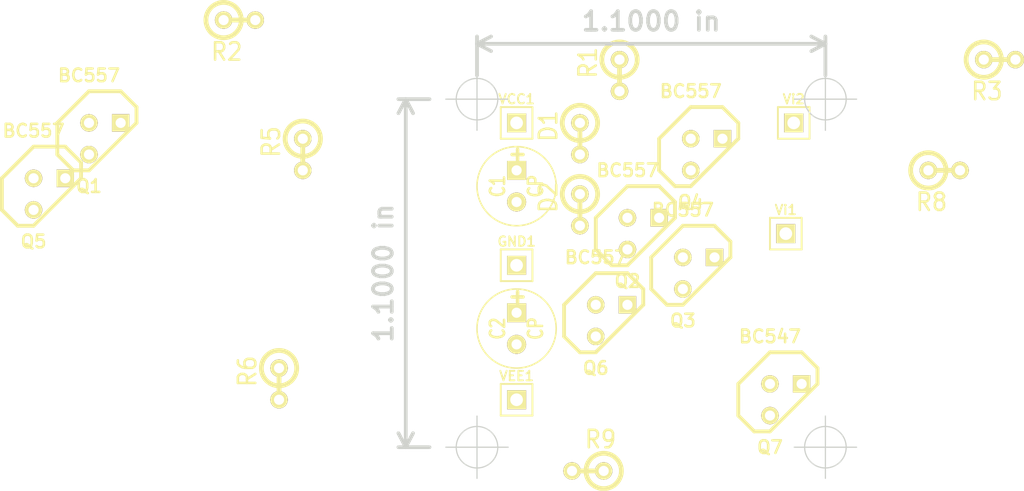
<source format=kicad_pcb>
(kicad_pcb (version 3) (host pcbnew "(22-Jun-2014 BZR 4027)-stable")

  (general
    (links 32)
    (no_connects 32)
    (area 130.172178 95.925596 213.0425 135.849404)
    (thickness 1.6)
    (drawings 11)
    (tracks 0)
    (zones 0)
    (modules 23)
    (nets 17)
  )

  (page A3)
  (layers
    (15 F.Cu signal)
    (0 B.Cu signal)
    (16 B.Adhes user)
    (17 F.Adhes user)
    (18 B.Paste user)
    (19 F.Paste user)
    (20 B.SilkS user)
    (21 F.SilkS user)
    (22 B.Mask user)
    (23 F.Mask user)
    (24 Dwgs.User user)
    (25 Cmts.User user)
    (26 Eco1.User user)
    (27 Eco2.User user)
    (28 Edge.Cuts user)
  )

  (setup
    (last_trace_width 0.254)
    (trace_clearance 0.254)
    (zone_clearance 0.508)
    (zone_45_only no)
    (trace_min 0.254)
    (segment_width 0.2)
    (edge_width 0.1)
    (via_size 0.889)
    (via_drill 0.635)
    (via_min_size 0.889)
    (via_min_drill 0.508)
    (uvia_size 0.508)
    (uvia_drill 0.127)
    (uvias_allowed no)
    (uvia_min_size 0.508)
    (uvia_min_drill 0.127)
    (pcb_text_width 0.3)
    (pcb_text_size 1.5 1.5)
    (mod_edge_width 0.15)
    (mod_text_size 1 1)
    (mod_text_width 0.15)
    (pad_size 1.5 1.5)
    (pad_drill 0.6)
    (pad_to_mask_clearance 0)
    (aux_axis_origin 0 0)
    (visible_elements 7FFFFFFF)
    (pcbplotparams
      (layerselection 3178497)
      (usegerberextensions true)
      (excludeedgelayer true)
      (linewidth 0.150000)
      (plotframeref false)
      (viasonmask false)
      (mode 1)
      (useauxorigin false)
      (hpglpennumber 1)
      (hpglpenspeed 20)
      (hpglpendiameter 15)
      (hpglpenoverlay 2)
      (psnegative false)
      (psa4output false)
      (plotreference true)
      (plotvalue true)
      (plotothertext true)
      (plotinvisibletext false)
      (padsonsilk false)
      (subtractmaskfromsilk false)
      (outputformat 1)
      (mirror false)
      (drillshape 1)
      (scaleselection 1)
      (outputdirectory ""))
  )

  (net 0 "")
  (net 1 /gnd)
  (net 2 N-000001)
  (net 3 N-0000010)
  (net 4 N-0000011)
  (net 5 N-0000012)
  (net 6 N-0000013)
  (net 7 N-0000014)
  (net 8 N-0000015)
  (net 9 N-000002)
  (net 10 N-000003)
  (net 11 N-000004)
  (net 12 N-000005)
  (net 13 N-000006)
  (net 14 N-000007)
  (net 15 N-000008)
  (net 16 N-000009)

  (net_class Default "This is the default net class."
    (clearance 0.254)
    (trace_width 0.254)
    (via_dia 0.889)
    (via_drill 0.635)
    (uvia_dia 0.508)
    (uvia_drill 0.127)
    (add_net "")
    (add_net /gnd)
    (add_net N-000001)
    (add_net N-0000010)
    (add_net N-0000011)
    (add_net N-0000012)
    (add_net N-0000013)
    (add_net N-0000014)
    (add_net N-0000015)
    (add_net N-000002)
    (add_net N-000003)
    (add_net N-000004)
    (add_net N-000005)
    (add_net N-000006)
    (add_net N-000007)
    (add_net N-000008)
    (add_net N-000009)
  )

  (module R1 (layer F.Cu) (tedit 200000) (tstamp 592447D5)
    (at 153.035 127 270)
    (descr "Resistance verticale")
    (tags R)
    (path /59244AA0)
    (autoplace_cost90 10)
    (autoplace_cost180 10)
    (fp_text reference R6 (at -1.016 2.54 270) (layer F.SilkS)
      (effects (font (size 1.397 1.27) (thickness 0.2032)))
    )
    (fp_text value R (at -1.143 2.54 270) (layer F.SilkS) hide
      (effects (font (size 1.397 1.27) (thickness 0.2032)))
    )
    (fp_line (start -1.27 0) (end 1.27 0) (layer F.SilkS) (width 0.381))
    (fp_circle (center -1.27 0) (end -0.635 1.27) (layer F.SilkS) (width 0.381))
    (pad 1 thru_hole circle (at -1.27 0 270) (size 1.397 1.397) (drill 0.8128)
      (layers *.Cu *.Mask F.SilkS)
      (net 5 N-0000012)
    )
    (pad 2 thru_hole circle (at 1.27 0 270) (size 1.397 1.397) (drill 0.8128)
      (layers *.Cu *.Mask F.SilkS)
      (net 15 N-000008)
    )
    (model discret/verti_resistor.wrl
      (at (xyz 0 0 0))
      (scale (xyz 1 1 1))
      (rotate (xyz 0 0 0))
    )
  )

  (module R1 (layer F.Cu) (tedit 200000) (tstamp 592447ED)
    (at 180.34 102.235 270)
    (descr "Resistance verticale")
    (tags R)
    (path /59244524)
    (autoplace_cost90 10)
    (autoplace_cost180 10)
    (fp_text reference R1 (at -1.016 2.54 270) (layer F.SilkS)
      (effects (font (size 1.397 1.27) (thickness 0.2032)))
    )
    (fp_text value R (at -1.143 2.54 270) (layer F.SilkS) hide
      (effects (font (size 1.397 1.27) (thickness 0.2032)))
    )
    (fp_line (start -1.27 0) (end 1.27 0) (layer F.SilkS) (width 0.381))
    (fp_circle (center -1.27 0) (end -0.635 1.27) (layer F.SilkS) (width 0.381))
    (pad 1 thru_hole circle (at -1.27 0 270) (size 1.397 1.397) (drill 0.8128)
      (layers *.Cu *.Mask F.SilkS)
      (net 14 N-000007)
    )
    (pad 2 thru_hole circle (at 1.27 0 270) (size 1.397 1.397) (drill 0.8128)
      (layers *.Cu *.Mask F.SilkS)
      (net 3 N-0000010)
    )
    (model discret/verti_resistor.wrl
      (at (xyz 0 0 0))
      (scale (xyz 1 1 1))
      (rotate (xyz 0 0 0))
    )
  )

  (module PIN_ARRAY_1 (layer F.Cu) (tedit 4E4E744E) (tstamp 59246718)
    (at 172.085 117.475)
    (descr "1 pin")
    (tags "CONN DEV")
    (path /592466DC)
    (fp_text reference GND1 (at 0 -1.905) (layer F.SilkS)
      (effects (font (size 0.762 0.762) (thickness 0.1524)))
    )
    (fp_text value CONN_1 (at 0 -1.905) (layer F.SilkS) hide
      (effects (font (size 0.762 0.762) (thickness 0.1524)))
    )
    (fp_line (start 1.27 1.27) (end -1.27 1.27) (layer F.SilkS) (width 0.1524))
    (fp_line (start -1.27 -1.27) (end 1.27 -1.27) (layer F.SilkS) (width 0.1524))
    (fp_line (start -1.27 1.27) (end -1.27 -1.27) (layer F.SilkS) (width 0.1524))
    (fp_line (start 1.27 -1.27) (end 1.27 1.27) (layer F.SilkS) (width 0.1524))
    (pad 1 thru_hole rect (at 0 0) (size 1.524 1.524) (drill 1.016)
      (layers *.Cu *.Mask F.SilkS)
      (net 1 /gnd)
    )
    (model pin_array\pin_1.wrl
      (at (xyz 0 0 0))
      (scale (xyz 1 1 1))
      (rotate (xyz 0 0 0))
    )
  )

  (module PIN_ARRAY_1 (layer F.Cu) (tedit 4E4E744E) (tstamp 59246850)
    (at 193.675 114.935)
    (descr "1 pin")
    (tags "CONN DEV")
    (path /59244A24)
    (fp_text reference Vi1 (at 0 -1.905) (layer F.SilkS)
      (effects (font (size 0.762 0.762) (thickness 0.1524)))
    )
    (fp_text value CONN_1 (at 0 -1.905) (layer F.SilkS) hide
      (effects (font (size 0.762 0.762) (thickness 0.1524)))
    )
    (fp_line (start 1.27 1.27) (end -1.27 1.27) (layer F.SilkS) (width 0.1524))
    (fp_line (start -1.27 -1.27) (end 1.27 -1.27) (layer F.SilkS) (width 0.1524))
    (fp_line (start -1.27 1.27) (end -1.27 -1.27) (layer F.SilkS) (width 0.1524))
    (fp_line (start 1.27 -1.27) (end 1.27 1.27) (layer F.SilkS) (width 0.1524))
    (pad 1 thru_hole rect (at 0 0) (size 1.524 1.524) (drill 1.016)
      (layers *.Cu *.Mask F.SilkS)
      (net 8 N-0000015)
    )
    (model pin_array\pin_1.wrl
      (at (xyz 0 0 0))
      (scale (xyz 1 1 1))
      (rotate (xyz 0 0 0))
    )
  )

  (module PIN_ARRAY_1 (layer F.Cu) (tedit 4E4E744E) (tstamp 59246859)
    (at 194.31 106.045)
    (descr "1 pin")
    (tags "CONN DEV")
    (path /59244A4A)
    (fp_text reference Vi2 (at 0 -1.905) (layer F.SilkS)
      (effects (font (size 0.762 0.762) (thickness 0.1524)))
    )
    (fp_text value CONN_1 (at 0 -1.905) (layer F.SilkS) hide
      (effects (font (size 0.762 0.762) (thickness 0.1524)))
    )
    (fp_line (start 1.27 1.27) (end -1.27 1.27) (layer F.SilkS) (width 0.1524))
    (fp_line (start -1.27 -1.27) (end 1.27 -1.27) (layer F.SilkS) (width 0.1524))
    (fp_line (start -1.27 1.27) (end -1.27 -1.27) (layer F.SilkS) (width 0.1524))
    (fp_line (start 1.27 -1.27) (end 1.27 1.27) (layer F.SilkS) (width 0.1524))
    (pad 1 thru_hole rect (at 0 0) (size 1.524 1.524) (drill 1.016)
      (layers *.Cu *.Mask F.SilkS)
      (net 6 N-0000013)
    )
    (model pin_array\pin_1.wrl
      (at (xyz 0 0 0))
      (scale (xyz 1 1 1))
      (rotate (xyz 0 0 0))
    )
  )

  (module PIN_ARRAY_1 (layer F.Cu) (tedit 4E4E744E) (tstamp 59246862)
    (at 172.085 128.27)
    (descr "1 pin")
    (tags "CONN DEV")
    (path /59244B6B)
    (fp_text reference VEE1 (at 0 -1.905) (layer F.SilkS)
      (effects (font (size 0.762 0.762) (thickness 0.1524)))
    )
    (fp_text value CONN_1 (at 0 -1.905) (layer F.SilkS) hide
      (effects (font (size 0.762 0.762) (thickness 0.1524)))
    )
    (fp_line (start 1.27 1.27) (end -1.27 1.27) (layer F.SilkS) (width 0.1524))
    (fp_line (start -1.27 -1.27) (end 1.27 -1.27) (layer F.SilkS) (width 0.1524))
    (fp_line (start -1.27 1.27) (end -1.27 -1.27) (layer F.SilkS) (width 0.1524))
    (fp_line (start 1.27 -1.27) (end 1.27 1.27) (layer F.SilkS) (width 0.1524))
    (pad 1 thru_hole rect (at 0 0) (size 1.524 1.524) (drill 1.016)
      (layers *.Cu *.Mask F.SilkS)
      (net 15 N-000008)
    )
    (model pin_array\pin_1.wrl
      (at (xyz 0 0 0))
      (scale (xyz 1 1 1))
      (rotate (xyz 0 0 0))
    )
  )

  (module PIN_ARRAY_1 (layer F.Cu) (tedit 4E4E744E) (tstamp 5924686B)
    (at 172.085 106.045)
    (descr "1 pin")
    (tags "CONN DEV")
    (path /59244B71)
    (fp_text reference VCC1 (at 0 -1.905) (layer F.SilkS)
      (effects (font (size 0.762 0.762) (thickness 0.1524)))
    )
    (fp_text value CONN_1 (at 0 -1.905) (layer F.SilkS) hide
      (effects (font (size 0.762 0.762) (thickness 0.1524)))
    )
    (fp_line (start 1.27 1.27) (end -1.27 1.27) (layer F.SilkS) (width 0.1524))
    (fp_line (start -1.27 -1.27) (end 1.27 -1.27) (layer F.SilkS) (width 0.1524))
    (fp_line (start -1.27 1.27) (end -1.27 -1.27) (layer F.SilkS) (width 0.1524))
    (fp_line (start 1.27 -1.27) (end 1.27 1.27) (layer F.SilkS) (width 0.1524))
    (pad 1 thru_hole rect (at 0 0) (size 1.524 1.524) (drill 1.016)
      (layers *.Cu *.Mask F.SilkS)
      (net 14 N-000007)
    )
    (model pin_array\pin_1.wrl
      (at (xyz 0 0 0))
      (scale (xyz 1 1 1))
      (rotate (xyz 0 0 0))
    )
  )

  (module C1V7 (layer F.Cu) (tedit 59257475) (tstamp 59246873)
    (at 172.085 122.555 270)
    (path /59246751)
    (fp_text reference C2 (at 0 1.524 270) (layer F.SilkS)
      (effects (font (size 1.143 0.889) (thickness 0.2032)))
    )
    (fp_text value CP (at 0 -1.524 270) (layer F.SilkS)
      (effects (font (size 1.143 0.889) (thickness 0.2032)))
    )
    (fp_text user + (at -2.54 0 270) (layer F.SilkS)
      (effects (font (size 1.143 1.143) (thickness 0.3048)))
    )
    (fp_circle (center 0 0) (end 3.175 0) (layer F.SilkS) (width 0.127))
    (pad 1 thru_hole rect (at -1.27 0 270) (size 1.524 1.524) (drill 0.8128)
      (layers *.Cu *.Mask F.SilkS)
      (net 1 /gnd)
    )
    (pad 2 thru_hole circle (at 1.27 0 270) (size 1.524 1.524) (drill 0.8128)
      (layers *.Cu *.Mask F.SilkS)
      (net 15 N-000008)
    )
    (model discret/c_vert_c1v7.wrl
      (at (xyz 0 0 0))
      (scale (xyz 1 1 1))
      (rotate (xyz 0 0 0))
    )
  )

  (module C1V7 (layer F.Cu) (tedit 200000) (tstamp 5924687B)
    (at 172.085 111.125 270)
    (path /59246817)
    (fp_text reference C1 (at 0 1.524 270) (layer F.SilkS)
      (effects (font (size 1.143 0.889) (thickness 0.2032)))
    )
    (fp_text value CP (at 0 -1.524 270) (layer F.SilkS)
      (effects (font (size 1.143 0.889) (thickness 0.2032)))
    )
    (fp_text user + (at -2.54 0 270) (layer F.SilkS)
      (effects (font (size 1.143 1.143) (thickness 0.3048)))
    )
    (fp_circle (center 0 0) (end 3.175 0) (layer F.SilkS) (width 0.127))
    (pad 1 thru_hole rect (at -1.27 0 270) (size 1.524 1.524) (drill 0.8128)
      (layers *.Cu *.Mask F.SilkS)
      (net 14 N-000007)
    )
    (pad 2 thru_hole circle (at 1.27 0 270) (size 1.524 1.524) (drill 0.8128)
      (layers *.Cu *.Mask F.SilkS)
      (net 1 /gnd)
    )
    (model discret/c_vert_c1v7.wrl
      (at (xyz 0 0 0))
      (scale (xyz 1 1 1))
      (rotate (xyz 0 0 0))
    )
  )

  (module TO92-123 (layer F.Cu) (tedit 4C5F51CE) (tstamp 59246A94)
    (at 182.245 114.935)
    (descr "Transistor TO92 brochage type BC237")
    (tags "TR TO92")
    (path /5924441E)
    (fp_text reference Q2 (at -1.27 3.81) (layer F.SilkS)
      (effects (font (size 1.016 1.016) (thickness 0.2032)))
    )
    (fp_text value BC557 (at -1.27 -5.08) (layer F.SilkS)
      (effects (font (size 1.016 1.016) (thickness 0.2032)))
    )
    (fp_line (start -1.27 2.54) (end 2.54 -1.27) (layer F.SilkS) (width 0.3048))
    (fp_line (start 2.54 -1.27) (end 2.54 -2.54) (layer F.SilkS) (width 0.3048))
    (fp_line (start 2.54 -2.54) (end 1.27 -3.81) (layer F.SilkS) (width 0.3048))
    (fp_line (start 1.27 -3.81) (end -1.27 -3.81) (layer F.SilkS) (width 0.3048))
    (fp_line (start -1.27 -3.81) (end -3.81 -1.27) (layer F.SilkS) (width 0.3048))
    (fp_line (start -3.81 -1.27) (end -3.81 1.27) (layer F.SilkS) (width 0.3048))
    (fp_line (start -3.81 1.27) (end -2.54 2.54) (layer F.SilkS) (width 0.3048))
    (fp_line (start -2.54 2.54) (end -1.27 2.54) (layer F.SilkS) (width 0.3048))
    (pad 3 thru_hole rect (at 1.27 -1.27) (size 1.397 1.397) (drill 0.8128)
      (layers *.Cu *.Mask F.SilkS)
      (net 3 N-0000010)
    )
    (pad 2 thru_hole circle (at -1.27 -1.27) (size 1.397 1.397) (drill 0.8128)
      (layers *.Cu *.Mask F.SilkS)
      (net 5 N-0000012)
    )
    (pad 1 thru_hole circle (at -1.27 1.27) (size 1.397 1.397) (drill 0.8128)
      (layers *.Cu *.Mask F.SilkS)
      (net 13 N-000006)
    )
    (model discret/to98.wrl
      (at (xyz 0 0 0))
      (scale (xyz 1 1 1))
      (rotate (xyz 0 0 0))
    )
  )

  (module R1 (layer F.Cu) (tedit 200000) (tstamp 59247232)
    (at 177.165 113.03 270)
    (descr "Resistance verticale")
    (tags R)
    (path /59244502)
    (autoplace_cost90 10)
    (autoplace_cost180 10)
    (fp_text reference D2 (at -1.016 2.54 270) (layer F.SilkS)
      (effects (font (size 1.397 1.27) (thickness 0.2032)))
    )
    (fp_text value DIODE (at -1.143 2.54 270) (layer F.SilkS) hide
      (effects (font (size 1.397 1.27) (thickness 0.2032)))
    )
    (fp_line (start -1.27 0) (end 1.27 0) (layer F.SilkS) (width 0.381))
    (fp_circle (center -1.27 0) (end -0.635 1.27) (layer F.SilkS) (width 0.381))
    (pad 1 thru_hole circle (at -1.27 0 270) (size 1.397 1.397) (drill 0.8128)
      (layers *.Cu *.Mask F.SilkS)
      (net 4 N-0000011)
    )
    (pad 2 thru_hole circle (at 1.27 0 270) (size 1.397 1.397) (drill 0.8128)
      (layers *.Cu *.Mask F.SilkS)
      (net 5 N-0000012)
    )
    (model discret/verti_resistor.wrl
      (at (xyz 0 0 0))
      (scale (xyz 1 1 1))
      (rotate (xyz 0 0 0))
    )
  )

  (module R1 (layer F.Cu) (tedit 200000) (tstamp 5924723A)
    (at 177.165 107.315 270)
    (descr "Resistance verticale")
    (tags R)
    (path /5924451E)
    (autoplace_cost90 10)
    (autoplace_cost180 10)
    (fp_text reference D1 (at -1.016 2.54 270) (layer F.SilkS)
      (effects (font (size 1.397 1.27) (thickness 0.2032)))
    )
    (fp_text value DIODE (at -1.143 2.54 270) (layer F.SilkS) hide
      (effects (font (size 1.397 1.27) (thickness 0.2032)))
    )
    (fp_line (start -1.27 0) (end 1.27 0) (layer F.SilkS) (width 0.381))
    (fp_circle (center -1.27 0) (end -0.635 1.27) (layer F.SilkS) (width 0.381))
    (pad 1 thru_hole circle (at -1.27 0 270) (size 1.397 1.397) (drill 0.8128)
      (layers *.Cu *.Mask F.SilkS)
      (net 14 N-000007)
    )
    (pad 2 thru_hole circle (at 1.27 0 270) (size 1.397 1.397) (drill 0.8128)
      (layers *.Cu *.Mask F.SilkS)
      (net 4 N-0000011)
    )
    (model discret/verti_resistor.wrl
      (at (xyz 0 0 0))
      (scale (xyz 1 1 1))
      (rotate (xyz 0 0 0))
    )
  )

  (module TO92-123 (layer F.Cu) (tedit 4C5F51CE) (tstamp 592474D5)
    (at 179.705 121.92)
    (descr "Transistor TO92 brochage type BC237")
    (tags "TR TO92")
    (path /59247390)
    (fp_text reference Q6 (at -1.27 3.81) (layer F.SilkS)
      (effects (font (size 1.016 1.016) (thickness 0.2032)))
    )
    (fp_text value BC557 (at -1.27 -5.08) (layer F.SilkS)
      (effects (font (size 1.016 1.016) (thickness 0.2032)))
    )
    (fp_line (start -1.27 2.54) (end 2.54 -1.27) (layer F.SilkS) (width 0.3048))
    (fp_line (start 2.54 -1.27) (end 2.54 -2.54) (layer F.SilkS) (width 0.3048))
    (fp_line (start 2.54 -2.54) (end 1.27 -3.81) (layer F.SilkS) (width 0.3048))
    (fp_line (start 1.27 -3.81) (end -1.27 -3.81) (layer F.SilkS) (width 0.3048))
    (fp_line (start -1.27 -3.81) (end -3.81 -1.27) (layer F.SilkS) (width 0.3048))
    (fp_line (start -3.81 -1.27) (end -3.81 1.27) (layer F.SilkS) (width 0.3048))
    (fp_line (start -3.81 1.27) (end -2.54 2.54) (layer F.SilkS) (width 0.3048))
    (fp_line (start -2.54 2.54) (end -1.27 2.54) (layer F.SilkS) (width 0.3048))
    (pad 3 thru_hole rect (at 1.27 -1.27) (size 1.397 1.397) (drill 0.8128)
      (layers *.Cu *.Mask F.SilkS)
      (net 9 N-000002)
    )
    (pad 2 thru_hole circle (at -1.27 -1.27) (size 1.397 1.397) (drill 0.8128)
      (layers *.Cu *.Mask F.SilkS)
      (net 5 N-0000012)
    )
    (pad 1 thru_hole circle (at -1.27 1.27) (size 1.397 1.397) (drill 0.8128)
      (layers *.Cu *.Mask F.SilkS)
      (net 12 N-000005)
    )
    (model discret/to98.wrl
      (at (xyz 0 0 0))
      (scale (xyz 1 1 1))
      (rotate (xyz 0 0 0))
    )
  )

  (module TO92-123 (layer F.Cu) (tedit 4C5F51CE) (tstamp 592474E4)
    (at 193.675 128.27)
    (descr "Transistor TO92 brochage type BC237")
    (tags "TR TO92")
    (path /59247545)
    (fp_text reference Q7 (at -1.27 3.81) (layer F.SilkS)
      (effects (font (size 1.016 1.016) (thickness 0.2032)))
    )
    (fp_text value BC547 (at -1.27 -5.08) (layer F.SilkS)
      (effects (font (size 1.016 1.016) (thickness 0.2032)))
    )
    (fp_line (start -1.27 2.54) (end 2.54 -1.27) (layer F.SilkS) (width 0.3048))
    (fp_line (start 2.54 -1.27) (end 2.54 -2.54) (layer F.SilkS) (width 0.3048))
    (fp_line (start 2.54 -2.54) (end 1.27 -3.81) (layer F.SilkS) (width 0.3048))
    (fp_line (start 1.27 -3.81) (end -1.27 -3.81) (layer F.SilkS) (width 0.3048))
    (fp_line (start -1.27 -3.81) (end -3.81 -1.27) (layer F.SilkS) (width 0.3048))
    (fp_line (start -3.81 -1.27) (end -3.81 1.27) (layer F.SilkS) (width 0.3048))
    (fp_line (start -3.81 1.27) (end -2.54 2.54) (layer F.SilkS) (width 0.3048))
    (fp_line (start -2.54 2.54) (end -1.27 2.54) (layer F.SilkS) (width 0.3048))
    (pad 3 thru_hole rect (at 1.27 -1.27) (size 1.397 1.397) (drill 0.8128)
      (layers *.Cu *.Mask F.SilkS)
      (net 2 N-000001)
    )
    (pad 2 thru_hole circle (at -1.27 -1.27) (size 1.397 1.397) (drill 0.8128)
      (layers *.Cu *.Mask F.SilkS)
      (net 7 N-0000014)
    )
    (pad 1 thru_hole circle (at -1.27 1.27) (size 1.397 1.397) (drill 0.8128)
      (layers *.Cu *.Mask F.SilkS)
      (net 12 N-000005)
    )
    (model discret/to98.wrl
      (at (xyz 0 0 0))
      (scale (xyz 1 1 1))
      (rotate (xyz 0 0 0))
    )
  )

  (module R1 (layer F.Cu) (tedit 200000) (tstamp 592474FC)
    (at 206.375 109.855)
    (descr "Resistance verticale")
    (tags R)
    (path /592473A2)
    (autoplace_cost90 10)
    (autoplace_cost180 10)
    (fp_text reference R8 (at -1.016 2.54) (layer F.SilkS)
      (effects (font (size 1.397 1.27) (thickness 0.2032)))
    )
    (fp_text value R (at -1.143 2.54) (layer F.SilkS) hide
      (effects (font (size 1.397 1.27) (thickness 0.2032)))
    )
    (fp_line (start -1.27 0) (end 1.27 0) (layer F.SilkS) (width 0.381))
    (fp_circle (center -1.27 0) (end -0.635 1.27) (layer F.SilkS) (width 0.381))
    (pad 1 thru_hole circle (at -1.27 0) (size 1.397 1.397) (drill 0.8128)
      (layers *.Cu *.Mask F.SilkS)
      (net 14 N-000007)
    )
    (pad 2 thru_hole circle (at 1.27 0) (size 1.397 1.397) (drill 0.8128)
      (layers *.Cu *.Mask F.SilkS)
      (net 9 N-000002)
    )
    (model discret/verti_resistor.wrl
      (at (xyz 0 0 0))
      (scale (xyz 1 1 1))
      (rotate (xyz 0 0 0))
    )
  )

  (module R1 (layer F.Cu) (tedit 200000) (tstamp 5924750C)
    (at 177.8 133.985 180)
    (descr "Resistance verticale")
    (tags R)
    (path /592475B3)
    (autoplace_cost90 10)
    (autoplace_cost180 10)
    (fp_text reference R9 (at -1.016 2.54 180) (layer F.SilkS)
      (effects (font (size 1.397 1.27) (thickness 0.2032)))
    )
    (fp_text value R (at -1.143 2.54 180) (layer F.SilkS) hide
      (effects (font (size 1.397 1.27) (thickness 0.2032)))
    )
    (fp_line (start -1.27 0) (end 1.27 0) (layer F.SilkS) (width 0.381))
    (fp_circle (center -1.27 0) (end -0.635 1.27) (layer F.SilkS) (width 0.381))
    (pad 1 thru_hole circle (at -1.27 0 180) (size 1.397 1.397) (drill 0.8128)
      (layers *.Cu *.Mask F.SilkS)
      (net 2 N-000001)
    )
    (pad 2 thru_hole circle (at 1.27 0 180) (size 1.397 1.397) (drill 0.8128)
      (layers *.Cu *.Mask F.SilkS)
      (net 15 N-000008)
    )
    (model discret/verti_resistor.wrl
      (at (xyz 0 0 0))
      (scale (xyz 1 1 1))
      (rotate (xyz 0 0 0))
    )
  )

  (module TO92-123 (layer F.Cu) (tedit 4C5F51CE) (tstamp 59257397)
    (at 186.69 118.11)
    (descr "Transistor TO92 brochage type BC237")
    (tags "TR TO92")
    (path /592443ED)
    (fp_text reference Q3 (at -1.27 3.81) (layer F.SilkS)
      (effects (font (size 1.016 1.016) (thickness 0.2032)))
    )
    (fp_text value BC557 (at -1.27 -5.08) (layer F.SilkS)
      (effects (font (size 1.016 1.016) (thickness 0.2032)))
    )
    (fp_line (start -1.27 2.54) (end 2.54 -1.27) (layer F.SilkS) (width 0.3048))
    (fp_line (start 2.54 -1.27) (end 2.54 -2.54) (layer F.SilkS) (width 0.3048))
    (fp_line (start 2.54 -2.54) (end 1.27 -3.81) (layer F.SilkS) (width 0.3048))
    (fp_line (start 1.27 -3.81) (end -1.27 -3.81) (layer F.SilkS) (width 0.3048))
    (fp_line (start -1.27 -3.81) (end -3.81 -1.27) (layer F.SilkS) (width 0.3048))
    (fp_line (start -3.81 -1.27) (end -3.81 1.27) (layer F.SilkS) (width 0.3048))
    (fp_line (start -3.81 1.27) (end -2.54 2.54) (layer F.SilkS) (width 0.3048))
    (fp_line (start -2.54 2.54) (end -1.27 2.54) (layer F.SilkS) (width 0.3048))
    (pad 3 thru_hole rect (at 1.27 -1.27) (size 1.397 1.397) (drill 0.8128)
      (layers *.Cu *.Mask F.SilkS)
      (net 13 N-000006)
    )
    (pad 2 thru_hole circle (at -1.27 -1.27) (size 1.397 1.397) (drill 0.8128)
      (layers *.Cu *.Mask F.SilkS)
      (net 8 N-0000015)
    )
    (pad 1 thru_hole circle (at -1.27 1.27) (size 1.397 1.397) (drill 0.8128)
      (layers *.Cu *.Mask F.SilkS)
      (net 16 N-000009)
    )
    (model discret/to98.wrl
      (at (xyz 0 0 0))
      (scale (xyz 1 1 1))
      (rotate (xyz 0 0 0))
    )
  )

  (module TO92-123 (layer F.Cu) (tedit 4C5F51CE) (tstamp 592573A6)
    (at 187.325 108.585)
    (descr "Transistor TO92 brochage type BC237")
    (tags "TR TO92")
    (path /592443FA)
    (fp_text reference Q4 (at -1.27 3.81) (layer F.SilkS)
      (effects (font (size 1.016 1.016) (thickness 0.2032)))
    )
    (fp_text value BC557 (at -1.27 -5.08) (layer F.SilkS)
      (effects (font (size 1.016 1.016) (thickness 0.2032)))
    )
    (fp_line (start -1.27 2.54) (end 2.54 -1.27) (layer F.SilkS) (width 0.3048))
    (fp_line (start 2.54 -1.27) (end 2.54 -2.54) (layer F.SilkS) (width 0.3048))
    (fp_line (start 2.54 -2.54) (end 1.27 -3.81) (layer F.SilkS) (width 0.3048))
    (fp_line (start 1.27 -3.81) (end -1.27 -3.81) (layer F.SilkS) (width 0.3048))
    (fp_line (start -1.27 -3.81) (end -3.81 -1.27) (layer F.SilkS) (width 0.3048))
    (fp_line (start -3.81 -1.27) (end -3.81 1.27) (layer F.SilkS) (width 0.3048))
    (fp_line (start -3.81 1.27) (end -2.54 2.54) (layer F.SilkS) (width 0.3048))
    (fp_line (start -2.54 2.54) (end -1.27 2.54) (layer F.SilkS) (width 0.3048))
    (pad 3 thru_hole rect (at 1.27 -1.27) (size 1.397 1.397) (drill 0.8128)
      (layers *.Cu *.Mask F.SilkS)
      (net 13 N-000006)
    )
    (pad 2 thru_hole circle (at -1.27 -1.27) (size 1.397 1.397) (drill 0.8128)
      (layers *.Cu *.Mask F.SilkS)
      (net 6 N-0000013)
    )
    (pad 1 thru_hole circle (at -1.27 1.27) (size 1.397 1.397) (drill 0.8128)
      (layers *.Cu *.Mask F.SilkS)
      (net 7 N-0000014)
    )
    (model discret/to98.wrl
      (at (xyz 0 0 0))
      (scale (xyz 1 1 1))
      (rotate (xyz 0 0 0))
    )
  )

  (module R1 (layer F.Cu) (tedit 200000) (tstamp 59257400)
    (at 210.82 100.965)
    (descr "Resistance verticale")
    (tags R)
    (path /5924462B)
    (autoplace_cost90 10)
    (autoplace_cost180 10)
    (fp_text reference R3 (at -1.016 2.54) (layer F.SilkS)
      (effects (font (size 1.397 1.27) (thickness 0.2032)))
    )
    (fp_text value R (at -1.143 2.54) (layer F.SilkS) hide
      (effects (font (size 1.397 1.27) (thickness 0.2032)))
    )
    (fp_line (start -1.27 0) (end 1.27 0) (layer F.SilkS) (width 0.381))
    (fp_circle (center -1.27 0) (end -0.635 1.27) (layer F.SilkS) (width 0.381))
    (pad 1 thru_hole circle (at -1.27 0) (size 1.397 1.397) (drill 0.8128)
      (layers *.Cu *.Mask F.SilkS)
      (net 16 N-000009)
    )
    (pad 2 thru_hole circle (at 1.27 0) (size 1.397 1.397) (drill 0.8128)
      (layers *.Cu *.Mask F.SilkS)
      (net 15 N-000008)
    )
    (model discret/verti_resistor.wrl
      (at (xyz 0 0 0))
      (scale (xyz 1 1 1))
      (rotate (xyz 0 0 0))
    )
  )

  (module R1 (layer F.Cu) (tedit 200000) (tstamp 592584E5)
    (at 154.94 108.585 270)
    (descr "Resistance verticale")
    (tags R)
    (path /59244760)
    (autoplace_cost90 10)
    (autoplace_cost180 10)
    (fp_text reference R5 (at -1.016 2.54 270) (layer F.SilkS)
      (effects (font (size 1.397 1.27) (thickness 0.2032)))
    )
    (fp_text value R (at -1.143 2.54 270) (layer F.SilkS) hide
      (effects (font (size 1.397 1.27) (thickness 0.2032)))
    )
    (fp_line (start -1.27 0) (end 1.27 0) (layer F.SilkS) (width 0.381))
    (fp_circle (center -1.27 0) (end -0.635 1.27) (layer F.SilkS) (width 0.381))
    (pad 1 thru_hole circle (at -1.27 0 270) (size 1.397 1.397) (drill 0.8128)
      (layers *.Cu *.Mask F.SilkS)
      (net 7 N-0000014)
    )
    (pad 2 thru_hole circle (at 1.27 0 270) (size 1.397 1.397) (drill 0.8128)
      (layers *.Cu *.Mask F.SilkS)
      (net 15 N-000008)
    )
    (model discret/verti_resistor.wrl
      (at (xyz 0 0 0))
      (scale (xyz 1 1 1))
      (rotate (xyz 0 0 0))
    )
  )

  (module TO92-123 (layer F.Cu) (tedit 4C5F51CE) (tstamp 59258787)
    (at 134.62 111.76)
    (descr "Transistor TO92 brochage type BC237")
    (tags "TR TO92")
    (path /592586E3)
    (fp_text reference Q5 (at -1.27 3.81) (layer F.SilkS)
      (effects (font (size 1.016 1.016) (thickness 0.2032)))
    )
    (fp_text value BC557 (at -1.27 -5.08) (layer F.SilkS)
      (effects (font (size 1.016 1.016) (thickness 0.2032)))
    )
    (fp_line (start -1.27 2.54) (end 2.54 -1.27) (layer F.SilkS) (width 0.3048))
    (fp_line (start 2.54 -1.27) (end 2.54 -2.54) (layer F.SilkS) (width 0.3048))
    (fp_line (start 2.54 -2.54) (end 1.27 -3.81) (layer F.SilkS) (width 0.3048))
    (fp_line (start 1.27 -3.81) (end -1.27 -3.81) (layer F.SilkS) (width 0.3048))
    (fp_line (start -1.27 -3.81) (end -3.81 -1.27) (layer F.SilkS) (width 0.3048))
    (fp_line (start -3.81 -1.27) (end -3.81 1.27) (layer F.SilkS) (width 0.3048))
    (fp_line (start -3.81 1.27) (end -2.54 2.54) (layer F.SilkS) (width 0.3048))
    (fp_line (start -2.54 2.54) (end -1.27 2.54) (layer F.SilkS) (width 0.3048))
    (pad 3 thru_hole rect (at 1.27 -1.27) (size 1.397 1.397) (drill 0.8128)
      (layers *.Cu *.Mask F.SilkS)
      (net 11 N-000004)
    )
    (pad 2 thru_hole circle (at -1.27 -1.27) (size 1.397 1.397) (drill 0.8128)
      (layers *.Cu *.Mask F.SilkS)
      (net 12 N-000005)
    )
    (pad 1 thru_hole circle (at -1.27 1.27) (size 1.397 1.397) (drill 0.8128)
      (layers *.Cu *.Mask F.SilkS)
      (net 15 N-000008)
    )
    (model discret/to98.wrl
      (at (xyz 0 0 0))
      (scale (xyz 1 1 1))
      (rotate (xyz 0 0 0))
    )
  )

  (module TO92-123 (layer F.Cu) (tedit 4C5F51CE) (tstamp 59258796)
    (at 139.065 107.315)
    (descr "Transistor TO92 brochage type BC237")
    (tags "TR TO92")
    (path /592586EC)
    (fp_text reference Q1 (at -1.27 3.81) (layer F.SilkS)
      (effects (font (size 1.016 1.016) (thickness 0.2032)))
    )
    (fp_text value BC557 (at -1.27 -5.08) (layer F.SilkS)
      (effects (font (size 1.016 1.016) (thickness 0.2032)))
    )
    (fp_line (start -1.27 2.54) (end 2.54 -1.27) (layer F.SilkS) (width 0.3048))
    (fp_line (start 2.54 -1.27) (end 2.54 -2.54) (layer F.SilkS) (width 0.3048))
    (fp_line (start 2.54 -2.54) (end 1.27 -3.81) (layer F.SilkS) (width 0.3048))
    (fp_line (start 1.27 -3.81) (end -1.27 -3.81) (layer F.SilkS) (width 0.3048))
    (fp_line (start -1.27 -3.81) (end -3.81 -1.27) (layer F.SilkS) (width 0.3048))
    (fp_line (start -3.81 -1.27) (end -3.81 1.27) (layer F.SilkS) (width 0.3048))
    (fp_line (start -3.81 1.27) (end -2.54 2.54) (layer F.SilkS) (width 0.3048))
    (fp_line (start -2.54 2.54) (end -1.27 2.54) (layer F.SilkS) (width 0.3048))
    (pad 3 thru_hole rect (at 1.27 -1.27) (size 1.397 1.397) (drill 0.8128)
      (layers *.Cu *.Mask F.SilkS)
      (net 10 N-000003)
    )
    (pad 2 thru_hole circle (at -1.27 -1.27) (size 1.397 1.397) (drill 0.8128)
      (layers *.Cu *.Mask F.SilkS)
      (net 5 N-0000012)
    )
    (pad 1 thru_hole circle (at -1.27 1.27) (size 1.397 1.397) (drill 0.8128)
      (layers *.Cu *.Mask F.SilkS)
      (net 11 N-000004)
    )
    (model discret/to98.wrl
      (at (xyz 0 0 0))
      (scale (xyz 1 1 1))
      (rotate (xyz 0 0 0))
    )
  )

  (module R1 (layer F.Cu) (tedit 200000) (tstamp 5925879E)
    (at 149.86 97.79)
    (descr "Resistance verticale")
    (tags R)
    (path /5925881A)
    (autoplace_cost90 10)
    (autoplace_cost180 10)
    (fp_text reference R2 (at -1.016 2.54) (layer F.SilkS)
      (effects (font (size 1.397 1.27) (thickness 0.2032)))
    )
    (fp_text value R (at -1.143 2.54) (layer F.SilkS) hide
      (effects (font (size 1.397 1.27) (thickness 0.2032)))
    )
    (fp_line (start -1.27 0) (end 1.27 0) (layer F.SilkS) (width 0.381))
    (fp_circle (center -1.27 0) (end -0.635 1.27) (layer F.SilkS) (width 0.381))
    (pad 1 thru_hole circle (at -1.27 0) (size 1.397 1.397) (drill 0.8128)
      (layers *.Cu *.Mask F.SilkS)
      (net 14 N-000007)
    )
    (pad 2 thru_hole circle (at 1.27 0) (size 1.397 1.397) (drill 0.8128)
      (layers *.Cu *.Mask F.SilkS)
      (net 10 N-000003)
    )
    (model discret/verti_resistor.wrl
      (at (xyz 0 0 0))
      (scale (xyz 1 1 1))
      (rotate (xyz 0 0 0))
    )
  )

  (gr_line (start 168.91 132.08) (end 168.275 132.08) (angle 90) (layer Eco2.User) (width 0.2))
  (gr_line (start 168.91 104.14) (end 168.91 132.08) (angle 90) (layer Eco2.User) (width 0.2))
  (gr_line (start 196.85 104.14) (end 168.91 104.14) (angle 90) (layer Eco2.User) (width 0.2))
  (gr_line (start 196.85 132.08) (end 168.91 132.08) (angle 90) (layer Eco2.User) (width 0.2))
  (gr_line (start 196.85 104.14) (end 196.85 132.08) (angle 90) (layer Eco2.User) (width 0.2))
  (dimension 27.94 (width 0.3) (layer Edge.Cuts)
    (gr_text "27.940 mm" (at 161.845001 118.11 270) (layer Edge.Cuts)
      (effects (font (size 1.5 1.5) (thickness 0.3)))
    )
    (feature1 (pts (xy 165.1 132.08) (xy 160.495001 132.08)))
    (feature2 (pts (xy 165.1 104.14) (xy 160.495001 104.14)))
    (crossbar (pts (xy 163.195001 104.14) (xy 163.195001 132.08)))
    (arrow1a (pts (xy 163.195001 132.08) (xy 162.608581 130.953497)))
    (arrow1b (pts (xy 163.195001 132.08) (xy 163.781421 130.953497)))
    (arrow2a (pts (xy 163.195001 104.14) (xy 162.608581 105.266503)))
    (arrow2b (pts (xy 163.195001 104.14) (xy 163.781421 105.266503)))
  )
  (dimension 27.94 (width 0.3) (layer Edge.Cuts)
    (gr_text "27.940 mm" (at 182.88 98.345001) (layer Edge.Cuts)
      (effects (font (size 1.5 1.5) (thickness 0.3)))
    )
    (feature1 (pts (xy 196.85 102.235) (xy 196.85 96.995001)))
    (feature2 (pts (xy 168.91 102.235) (xy 168.91 96.995001)))
    (crossbar (pts (xy 168.91 99.695001) (xy 196.85 99.695001)))
    (arrow1a (pts (xy 196.85 99.695001) (xy 195.723497 100.281421)))
    (arrow1b (pts (xy 196.85 99.695001) (xy 195.723497 99.108581)))
    (arrow2a (pts (xy 168.91 99.695001) (xy 170.036503 100.281421)))
    (arrow2b (pts (xy 168.91 99.695001) (xy 170.036503 99.108581)))
  )
  (target plus (at 196.85 132.08) (size 5) (width 0.1) (layer Edge.Cuts))
  (target plus (at 168.91 132.08) (size 5) (width 0.1) (layer Edge.Cuts))
  (target plus (at 196.85 104.14) (size 5) (width 0.1) (layer Edge.Cuts))
  (target plus (at 168.91 104.14) (size 5) (width 0.1) (layer Edge.Cuts))

)

</source>
